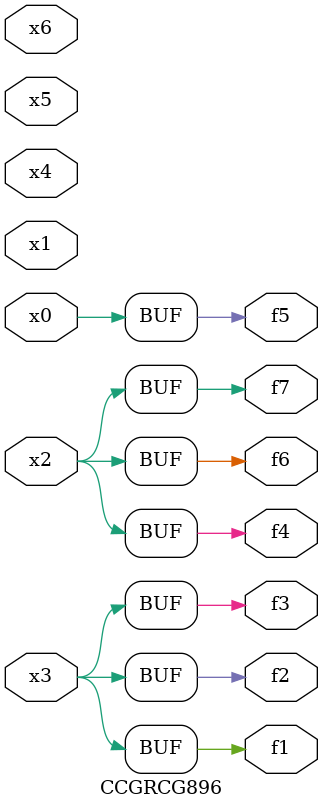
<source format=v>
module CCGRCG896(
	input x0, x1, x2, x3, x4, x5, x6,
	output f1, f2, f3, f4, f5, f6, f7
);
	assign f1 = x3;
	assign f2 = x3;
	assign f3 = x3;
	assign f4 = x2;
	assign f5 = x0;
	assign f6 = x2;
	assign f7 = x2;
endmodule

</source>
